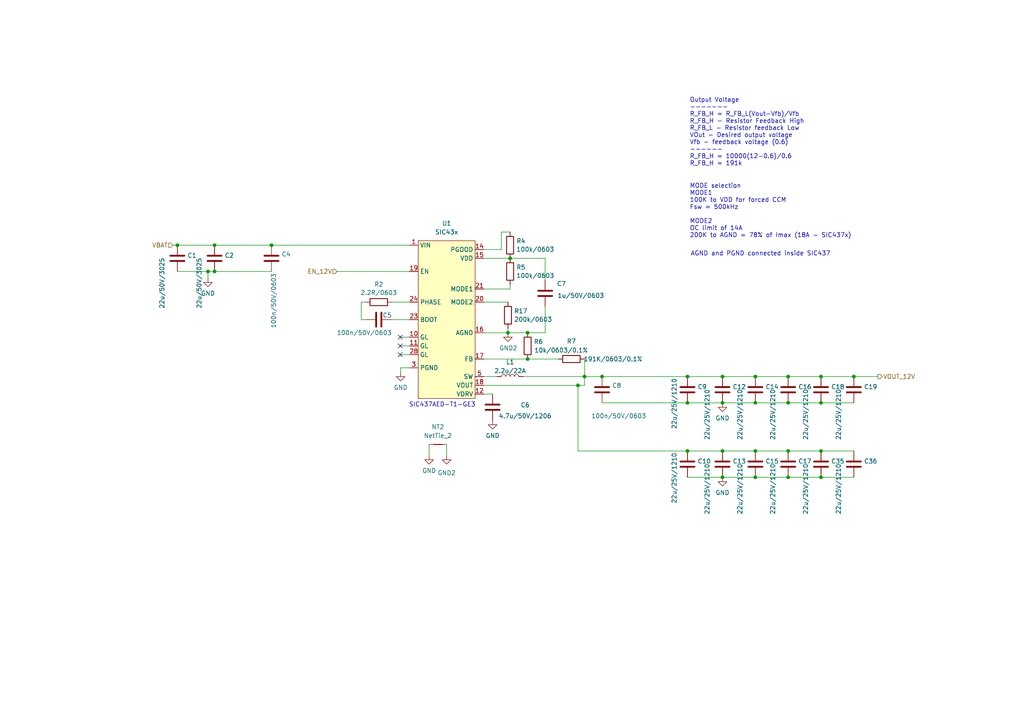
<source format=kicad_sch>
(kicad_sch (version 20250114) (generator "eeschema") (generator_version "9.0")
  (paper "A4")
  (title_block (title "Diptek Power Board V2") (date "2025-08-26") (rev "2"))
  (lib_symbols
    (symbol "Device:C" (pin_numbers (hide yes)) (pin_names (offset 0.254))
      (property "Reference" "C" (at 0.635 2.54 0))
      (property "Value" "C" (at 0.635 -2.54 0))
      (symbol "C_0_1"
        (polyline (pts (xy -2.032 0.762) (xy 2.032 0.762)) (stroke (width 0.508)))
        (polyline (pts (xy -2.032 -0.762) (xy 2.032 -0.762)) (stroke (width 0.508)))
      )
      (symbol "C_1_1"
        (pin passive line (at 0 3.81 270) (length 2.794) (name "~") (number "1"))
        (pin passive line (at 0 -3.81 90) (length 2.794) (name "~") (number "2"))
      )
    )
    (symbol "Device:L" (pin_numbers (hide yes)) (pin_names (offset 1.016) (hide yes))
      (property "Reference" "L" (at -1.27 0 90))
      (property "Value" "L" (at 1.905 0 90))
      (symbol "L_0_1"
        (arc (start 0 2.54) (mid 0.6323 1.905) (end 0 1.27))
        (arc (start 0 1.27) (mid 0.6323 0.635) (end 0 0))
        (arc (start 0 0) (mid 0.6323 -0.635) (end 0 -1.27))
        (arc (start 0 -1.27) (mid 0.6323 -1.905) (end 0 -2.54))
      )
      (symbol "L_1_1"
        (pin passive line (at 0 3.81 270) (length 1.27) (name "1") (number "1"))
        (pin passive line (at 0 -3.81 90) (length 1.27) (name "2") (number "2"))
      )
    )
    (symbol "Device:NetTie_2" (pin_numbers (hide yes)) (pin_names (offset 0) (hide yes)) (in_bom no)
      (property "Reference" "NT" (at 0 1.27 0))
      (property "Value" "NetTie_2" (at 0 -1.27 0))
      (symbol "NetTie_2_0_1"
        (polyline (pts (xy -1.27 0) (xy 1.27 0)) (stroke (width 0.254)))
      )
      (symbol "NetTie_2_1_1"
        (pin passive line (at -2.54 0 0) (length 2.54) (name "1") (number "1"))
        (pin passive line (at 2.54 0 180) (length 2.54) (name "2") (number "2"))
      )
    )
    (symbol "Device:R" (pin_numbers (hide yes)) (pin_names (offset 0))
      (property "Reference" "R" (at 2.032 0 90))
      (property "Value" "R" (at 0 0 90))
      (symbol "R_0_1"
        (rectangle (start -1.016 -2.54) (end 1.016 2.54) (stroke (width 0.254)))
      )
      (symbol "R_1_1"
        (pin passive line (at 0 3.81 270) (length 1.27) (name "~") (number "1"))
        (pin passive line (at 0 -3.81 90) (length 1.27) (name "~") (number "2"))
      )
    )
    (symbol "DipTek PSU library:R" (pin_numbers (hide yes)) (pin_names (offset 0))
      (property "Reference" "R" (at 2.032 0 90))
      (property "Value" "R" (at 0 0 90))
      (symbol "R_0_1"
        (rectangle (start -1.016 -2.54) (end 1.016 2.54) (stroke (width 0.254)))
      )
      (symbol "R_1_1"
        (pin passive line (at 0 3.81 270) (length 1.27) (name "~") (number "1"))
        (pin passive line (at 0 -3.81 90) (length 1.27) (name "~") (number "2"))
      )
    )
    (symbol "RM_Converter_DCDC:SIC43x"
      (property "Reference" "U5" (at -0.635 21.59 0))
      (property "Value" "SIC43x" (at -0.635 19.05 0))
      (symbol "SIC43x_0_1"
        (rectangle (start -8.89 16.51) (end 7.62 -29.21) (fill (type background)))
      )
      (symbol "SIC43x_1_1"
        (pin input line (at -11.43 15.24 0) (length 2.54) (name "VIN") (number "1"))
        (pin passive line (at -11.43 15.24 0) (length 2.54) (hide yes) (name "VIN") (number "2"))
        (pin passive line (at -11.43 15.24 0) (length 2.54) (hide yes) (name "VIN") (number "22"))
        (pin passive line (at -11.43 15.24 0) (length 2.54) (hide yes) (name "VIN") (number "26"))
        (pin input line (at -11.43 7.62 0) (length 2.54) (name "EN") (number "19"))
        (pin input line (at -11.43 -1.27 0) (length 2.54) (name "PHASE") (number "24"))
        (pin input line (at -11.43 -6.35 0) (length 2.54) (name "BOOT") (number "23"))
        (pin passive line (at -11.43 -11.43 0) (length 2.54) (name "GL") (number "10"))
        (pin passive line (at -11.43 -13.97 0) (length 2.54) (name "GL") (number "11"))
        (pin passive line (at -11.43 -16.51 0) (length 2.54) (name "GL") (number "28"))
        (pin passive line (at -11.43 -20.32 0) (length 2.54) (hide yes) (name "PGND") (number "13"))
        (pin passive line (at -11.43 -20.32 0) (length 2.54) (hide yes) (name "PGND") (number "27"))
        (pin input line (at -11.43 -20.32 0) (length 2.54) (name "PGND") (number "3"))
        (pin passive line (at -11.43 -20.32 0) (length 2.54) (hide yes) (name "PGND") (number "4"))
        (pin open_collector line (at 10.16 13.97 180) (length 2.54) (name "PGOOD") (number "14"))
        (pin power_out line (at 10.16 11.43 180) (length 2.54) (name "VDD") (number "15"))
        (pin input line (at 10.16 2.54 180) (length 2.54) (name "MODE1") (number "21"))
        (pin input line (at 10.16 -1.27 180) (length 2.54) (name "MODE2") (number "20"))
        (pin input line (at 10.16 -10.16 180) (length 2.54) (name "AGND") (number "16"))
        (pin passive line (at 10.16 -10.16 180) (length 2.54) (hide yes) (name "AGND") (number "25"))
        (pin input line (at 10.16 -17.78 180) (length 2.54) (name "FB") (number "17"))
        (pin power_out line (at 10.16 -22.86 180) (length 2.54) (name "SW") (number "5"))
        (pin power_out line (at 10.16 -22.86 180) (length 2.54) (hide yes) (name "SW") (number "6"))
        (pin power_out line (at 10.16 -22.86 180) (length 2.54) (hide yes) (name "SW") (number "7"))
        (pin power_out line (at 10.16 -22.86 180) (length 2.54) (hide yes) (name "SW") (number "8"))
        (pin power_out line (at 10.16 -22.86 180) (length 2.54) (hide yes) (name "SW") (number "9"))
        (pin power_out line (at 10.16 -25.4 180) (length 2.54) (name "VOUT") (number "18"))
        (pin input line (at 10.16 -27.94 180) (length 2.54) (name "VDRV") (number "12"))
      )
    )
    (symbol "power:GND" (power) (pin_names (offset 0))
      (property "Value" "GND" (at 0 -3.81 0))
      (symbol "GND_0_1"
        (polyline (pts (xy 0 0) (xy 0 -1.27) (xy 1.27 -1.27) (xy 0 -2.54) (xy -1.27 -1.27) (xy 0 -1.27)))
      )
      (symbol "GND_1_1"
        (pin power_in line (at 0 0 270) (length 0) (hide yes) (name "GND") (number "1"))
      )
    )
    (symbol "power:GND1" (power) (pin_names (offset 0))
      (property "Value" "GND1" (at 0 -3.81 0))
      (symbol "GND1_0_1"
        (polyline (pts (xy 0 0) (xy 0 -1.27) (xy 1.27 -1.27) (xy 0 -2.54) (xy -1.27 -1.27) (xy 0 -1.27)))
      )
      (symbol "GND1_1_1"
        (pin power_in line (at 0 0 270) (length 0) (hide yes) (name "GND1") (number "1"))
      )
    )
  )
  (text "SIC437AED-T1-GE3" (at 128.27 117.475 0) (effects (font (size 1.27 1.27))))
  (text "MODE selection\nMODE1\n100K to VDD for forced CCM\nFsw = 500kHz\n\nMODE2\nOC limit of 14A\n200K to AGND = 78% of Imax (18A - SIC437x)" (at 200.025 61.214 0) (effects (font (size 1.27 1.27)) (justify left)))
  (text "AGND and PGND connected inside SIC437\n" (at 220.599 73.66 0) (effects (font (size 1.27 1.27))))
  (text "Output Voltage\n-------\nR_FB_H = R_FB_L(Vout-Vfb)/Vfb\nR_FB_H - Resistor Feedback High\nR_FB_L - Resistor feedback Low\nVOut - Desired output voltage\nVfb - feedback voltage (0.6)\n------\nR_FB_H = 10000(12-0.6)/0.6\nR_FB_H = 191k\n" (at 200.025 48.26 0) (effects (font (size 1.27 1.27)) (justify left bottom)))
  (junction (at 219.075 130.81))
  (junction (at 238.125 130.81))
  (junction (at 62.23 78.74))
  (junction (at 219.075 109.22))
  (junction (at 62.23 71.12))
  (junction (at 209.55 138.43))
  (junction (at 51.435 71.12))
  (junction (at 147.955 74.93))
  (junction (at 147.32 96.52))
  (junction (at 228.6 116.84))
  (junction (at 78.74 71.12))
  (junction (at 199.39 116.84))
  (junction (at 228.6 130.81))
  (junction (at 60.325 78.74))
  (junction (at 238.125 109.22))
  (junction (at 219.075 116.84))
  (junction (at 169.545 109.22))
  (junction (at 167.64 111.76))
  (junction (at 153.035 96.52))
  (junction (at 199.39 130.81))
  (junction (at 209.55 116.84))
  (junction (at 247.65 109.22))
  (junction (at 238.125 138.43))
  (junction (at 238.125 116.84))
  (junction (at 228.6 109.22))
  (junction (at 209.55 109.22))
  (junction (at 219.075 138.43))
  (junction (at 153.035 104.14))
  (junction (at 174.625 109.22))
  (junction (at 228.6 138.43))
  (junction (at 209.55 130.81))
  (junction (at 199.39 109.22))
  (no_connect (at 116.078 100.33))
  (no_connect (at 116.078 102.87))
  (no_connect (at 116.078 97.79))
  (wire (pts (xy 228.6 116.84) (xy 238.125 116.84)))
  (wire (pts (xy 104.775 92.71) (xy 106.045 92.71)))
  (wire (pts (xy 147.32 96.52) (xy 153.035 96.52)))
  (wire (pts (xy 116.078 97.79) (xy 118.745 97.79)))
  (wire (pts (xy 116.078 100.33) (xy 118.745 100.33)))
  (wire (pts (xy 199.39 116.84) (xy 209.55 116.84)))
  (wire (pts (xy 158.115 74.93) (xy 147.955 74.93)))
  (wire (pts (xy 140.335 114.3) (xy 142.875 114.3)))
  (wire (pts (xy 247.65 130.81) (xy 238.125 130.81)))
  (wire (pts (xy 140.335 83.82) (xy 147.955 83.82)))
  (wire (pts (xy 51.435 71.12) (xy 62.23 71.12)))
  (wire (pts (xy 174.625 116.84) (xy 199.39 116.84)))
  (wire (pts (xy 238.125 138.43) (xy 247.65 138.43)))
  (wire (pts (xy 153.035 96.52) (xy 158.115 96.52)))
  (wire (pts (xy 60.325 78.74) (xy 60.325 80.645)))
  (wire (pts (xy 140.335 87.63) (xy 147.32 87.63)))
  (wire (pts (xy 247.65 109.22) (xy 254.635 109.22)))
  (wire (pts (xy 238.125 109.22) (xy 247.65 109.22)))
  (wire (pts (xy 106.045 87.63) (xy 104.775 87.63)))
  (wire (pts (xy 147.32 95.25) (xy 147.32 96.52)))
  (wire (pts (xy 140.335 111.76) (xy 167.64 111.76)))
  (wire (pts (xy 104.775 87.63) (xy 104.775 92.71)))
  (wire (pts (xy 147.955 83.82) (xy 147.955 82.55)))
  (wire (pts (xy 169.545 109.22) (xy 169.545 104.14)))
  (wire (pts (xy 219.075 116.84) (xy 228.6 116.84)))
  (wire (pts (xy 199.39 138.43) (xy 209.55 138.43)))
  (wire (pts (xy 158.115 96.52) (xy 158.115 88.9)))
  (wire (pts (xy 62.23 78.74) (xy 78.74 78.74)))
  (wire (pts (xy 169.545 109.22) (xy 169.545 111.76)))
  (wire (pts (xy 140.335 109.22) (xy 144.145 109.22)))
  (wire (pts (xy 62.23 71.12) (xy 78.74 71.12)))
  (wire (pts (xy 238.125 116.84) (xy 247.65 116.84)))
  (wire (pts (xy 209.55 116.84) (xy 219.075 116.84)))
  (wire (pts (xy 140.335 96.52) (xy 147.32 96.52)))
  (wire (pts (xy 116.205 106.68) (xy 118.745 106.68)))
  (wire (pts (xy 145.415 72.39) (xy 145.415 67.31)))
  (wire (pts (xy 158.115 81.28) (xy 158.115 74.93)))
  (wire (pts (xy 219.075 130.81) (xy 209.55 130.81)))
  (wire (pts (xy 228.6 109.22) (xy 238.125 109.22)))
  (wire (pts (xy 238.125 130.81) (xy 228.6 130.81)))
  (wire (pts (xy 78.74 71.12) (xy 118.745 71.12)))
  (wire (pts (xy 60.325 78.74) (xy 62.23 78.74)))
  (wire (pts (xy 50.165 71.12) (xy 51.435 71.12)))
  (wire (pts (xy 113.665 87.63) (xy 118.745 87.63)))
  (wire (pts (xy 219.075 109.22) (xy 228.6 109.22)))
  (wire (pts (xy 167.64 130.81) (xy 167.64 111.76)))
  (wire (pts (xy 140.335 74.93) (xy 147.955 74.93)))
  (wire (pts (xy 151.765 109.22) (xy 169.545 109.22)))
  (wire (pts (xy 167.64 111.76) (xy 169.545 111.76)))
  (wire (pts (xy 199.39 109.22) (xy 209.55 109.22)))
  (wire (pts (xy 129.54 132.08) (xy 129.54 128.905)))
  (wire (pts (xy 169.545 109.22) (xy 174.625 109.22)))
  (wire (pts (xy 219.075 138.43) (xy 228.6 138.43)))
  (wire (pts (xy 199.39 130.81) (xy 167.64 130.81)))
  (wire (pts (xy 209.55 138.43) (xy 219.075 138.43)))
  (wire (pts (xy 228.6 138.43) (xy 238.125 138.43)))
  (wire (pts (xy 140.335 104.14) (xy 153.035 104.14)))
  (wire (pts (xy 113.665 92.71) (xy 118.745 92.71)))
  (wire (pts (xy 97.79 78.74) (xy 118.745 78.74)))
  (wire (pts (xy 209.55 130.81) (xy 199.39 130.81)))
  (wire (pts (xy 174.625 109.22) (xy 199.39 109.22)))
  (wire (pts (xy 145.415 67.31) (xy 147.955 67.31)))
  (wire (pts (xy 209.55 109.22) (xy 219.075 109.22)))
  (wire (pts (xy 124.46 128.905) (xy 124.46 132.08)))
  (wire (pts (xy 140.335 72.39) (xy 145.415 72.39)))
  (wire (pts (xy 116.078 102.87) (xy 118.745 102.87)))
  (wire (pts (xy 153.035 104.14) (xy 161.925 104.14)))
  (wire (pts (xy 228.6 130.81) (xy 219.075 130.81)))
  (wire (pts (xy 116.205 107.95) (xy 116.205 106.68)))
  (wire (pts (xy 51.435 78.74) (xy 60.325 78.74)))
  (hierarchical_label "VOUT_12V" (shape output) (at 254.635 109.22 0))
  (hierarchical_label "EN_12V" (shape input) (at 97.79 78.74 180))
  (hierarchical_label "VBAT" (shape input) (at 50.165 71.12 180))
  (symbol (lib_id "Device:C") (at 219.075 113.03 0) (unit 1)
    (property "Reference" "C14" (at 221.996 112.1953 0) (effects (justify left)))
    (property "Value" "22u/25V/1210" (at 214.63 127.635 90) (effects (justify left)))
    (property "Footprint" "Capacitor_SMD:C_1210_3225Metric" (effects (hide yes)))
    (property "Description" "Unpolarized capacitor" (effects (hide yes)))
    (property "Digikey" "1276-3047-1-ND" (effects (hide yes)))
    (property "Coefficient" "X79" (effects (hide yes)))
    (property "Tolerance" "20" (effects (hide yes)))
    (property "Voltage" "50" (effects (hide yes)))
    (property "Manufacturer" "United Chemi-Con" (effects (hide yes)))
    (property "Part" "KTS500B226M76N0T00" (effects (hide yes)))
  )
  (symbol (lib_id "Device:C") (at 199.39 134.62 0) (unit 1)
    (property "Reference" "C10" (at 202.311 133.7853 0) (effects (justify left)))
    (property "Value" "22u/25V/1210" (at 195.58 146.05 90) (effects (justify left)))
    (property "Footprint" "Capacitor_SMD:C_1210_3225Metric" (effects (hide yes)))
    (property "Description" "Unpolarized capacitor" (effects (hide yes)))
    (property "Digikey" "1276-3047-1-ND" (effects (hide yes)))
    (property "Coefficient" "X79" (effects (hide yes)))
    (property "Tolerance" "20" (effects (hide yes)))
    (property "Voltage" "50" (effects (hide yes)))
    (property "Manufacturer" "United Chemi-Con" (effects (hide yes)))
    (property "Part" "KTS500B226M76N0T00" (effects (hide yes)))
  )
  (symbol (lib_id "Device:C") (at 209.55 113.03 0) (unit 1)
    (property "Reference" "C12" (at 212.471 112.1953 0) (effects (justify left)))
    (property "Value" "22u/25V/1210" (at 205.105 127.635 90) (effects (justify left)))
    (property "Footprint" "Capacitor_SMD:C_1210_3225Metric" (effects (hide yes)))
    (property "Description" "Unpolarized capacitor" (effects (hide yes)))
    (property "Digikey" "1276-3047-1-ND" (effects (hide yes)))
    (property "Coefficient" "X79" (effects (hide yes)))
    (property "Tolerance" "20" (effects (hide yes)))
    (property "Voltage" "50" (effects (hide yes)))
    (property "Manufacturer" "United Chemi-Con" (effects (hide yes)))
    (property "Part" "KTS500B226M76N0T00" (effects (hide yes)))
  )
  (symbol (lib_id "power:GND") (at 124.46 132.08 0) (unit 1)
    (property "Reference" "#PWR024" (effects (hide yes)))
    (property "Value" "GND" (at 124.46 136.5234 0))
  )
  (symbol (lib_id "Device:C") (at 158.115 85.09 0) (mirror y) (unit 1)
    (property "Reference" "C7" (at 164.211 82.296 0) (effects (justify left)))
    (property "Value" "1u/50V/0603" (at 175.26 85.725 0) (effects (justify left)))
    (property "Footprint" "Capacitor_SMD:C_0603_1608Metric" (effects (hide yes)))
    (property "Description" "Unpolarized capacitor" (effects (hide yes)))
    (property "Digikey" "1276-1068-1-ND" (effects (hide yes)))
    (property "Coefficient" "X8L" (effects (hide yes)))
    (property "Tolerance" "10%" (effects (hide yes)))
    (property "Voltage" "16" (effects (hide yes)))
    (property "Manufacturer" "Murata Electronics" (effects (hide yes)))
    (property "JLCPCB Part #" "C15849" (effects (hide yes)))
  )
  (symbol (lib_id "Device:C") (at 228.6 134.62 0) (unit 1)
    (property "Reference" "C17" (at 231.521 133.7853 0) (effects (justify left)))
    (property "Value" "22u/25V/1210" (at 224.155 149.225 90) (effects (justify left)))
    (property "Footprint" "Capacitor_SMD:C_1210_3225Metric" (effects (hide yes)))
    (property "Description" "Unpolarized capacitor" (effects (hide yes)))
    (property "Digikey" "1276-3047-1-ND" (effects (hide yes)))
    (property "Coefficient" "X79" (effects (hide yes)))
    (property "Tolerance" "20" (effects (hide yes)))
    (property "Voltage" "50" (effects (hide yes)))
    (property "Manufacturer" "United Chemi-Con" (effects (hide yes)))
    (property "Part" "KTS500B226M76N0T00" (effects (hide yes)))
  )
  (symbol (lib_id "power:GND1") (at 129.54 132.08 0) (unit 1)
    (property "Reference" "#PWR025" (effects (hide yes)))
    (property "Value" "GND2" (at 129.54 137.16 0))
  )
  (symbol (lib_id "power:GND") (at 142.875 121.92 0) (unit 1)
    (property "Reference" "#PWR026" (effects (hide yes)))
    (property "Value" "GND" (at 142.875 126.3634 0))
  )
  (symbol (lib_id "Device:C") (at 51.435 74.93 0) (unit 1)
    (property "Reference" "C1" (at 54.356 74.0953 0) (effects (justify left)))
    (property "Value" "22u/50V/3025" (at 46.99 89.535 90) (effects (justify left)))
    (property "Footprint" "Library:C_CER_7.5x6.3" (effects (hide yes)))
    (property "Description" "Unpolarized capacitor" (effects (hide yes)))
    (property "Digikey" "445-174338-1-ND" (effects (hide yes)))
    (property "Coefficient" "X79" (effects (hide yes)))
    (property "Tolerance" "20" (effects (hide yes)))
    (property "Voltage" "50" (effects (hide yes)))
    (property "Manufacturer" "United Chemi-Con" (effects (hide yes)))
    (property "Part" "KTS500B226M76N0T00" (effects (hide yes)))
    (property "JLCPCB Part #" "C508864" (effects (hide yes)))
  )
  (symbol (lib_id "power:GND1") (at 147.32 96.52 0) (unit 1)
    (property "Reference" "#PWR09" (effects (hide yes)))
    (property "Value" "GND2" (at 144.78 100.965 0) (effects (justify left)))
  )
  (symbol (lib_id "Device:C") (at 247.65 134.62 0) (unit 1)
    (property "Reference" "C36" (at 250.571 133.7853 0) (effects (justify left)))
    (property "Value" "22u/25V/1210" (at 243.205 149.225 90) (effects (justify left)))
    (property "Footprint" "Capacitor_SMD:C_1210_3225Metric" (effects (hide yes)))
    (property "Description" "Unpolarized capacitor" (effects (hide yes)))
    (property "Digikey" "1276-3047-1-ND" (effects (hide yes)))
    (property "Coefficient" "X79" (effects (hide yes)))
    (property "Tolerance" "20" (effects (hide yes)))
    (property "Voltage" "50" (effects (hide yes)))
    (property "Manufacturer" "United Chemi-Con" (effects (hide yes)))
    (property "Part" "KTS500B226M76N0T00" (effects (hide yes)))
  )
  (symbol (lib_id "Device:C") (at 174.625 113.03 180) (unit 1)
    (property "Reference" "C8" (at 177.546 111.8178 0) (effects (justify right)))
    (property "Value" "100n/50V/0603" (at 171.45 120.65 0) (effects (justify right)))
    (property "Footprint" "Capacitor_SMD:C_0603_1608Metric" (effects (hide yes)))
    (property "Description" "Unpolarized capacitor" (effects (hide yes)))
    (property "Digikey" "587-1243-1-ND" (effects (hide yes)))
    (property "Tolerance" "10%" (effects (hide yes)))
    (property "Coefficient" "X7R" (effects (hide yes)))
    (property "Voltage" "50" (effects (hide yes)))
    (property "Manufacturer" "Taiyo Yuden" (effects (hide yes)))
    (property "Part" "UMK107B7104KA-T" (effects (hide yes)))
    (property "JLCPCB Part #" "C1591" (effects (hide yes)))
  )
  (symbol (lib_id "Device:C") (at 219.075 134.62 0) (unit 1)
    (property "Reference" "C15" (at 221.996 133.7853 0) (effects (justify left)))
    (property "Value" "22u/25V/1210" (at 214.63 149.225 90) (effects (justify left)))
    (property "Footprint" "Capacitor_SMD:C_1210_3225Metric" (effects (hide yes)))
    (property "Description" "Unpolarized capacitor" (effects (hide yes)))
    (property "Digikey" "1276-3047-1-ND" (effects (hide yes)))
    (property "Coefficient" "X79" (effects (hide yes)))
    (property "Tolerance" "20" (effects (hide yes)))
    (property "Voltage" "50" (effects (hide yes)))
    (property "Manufacturer" "United Chemi-Con" (effects (hide yes)))
    (property "Part" "KTS500B226M76N0T00" (effects (hide yes)))
  )
  (symbol (lib_id "DipTek PSU library:R") (at 165.735 104.14 90) (unit 1)
    (property "Reference" "R7" (at 165.735 98.9795 90))
    (property "Value" "191K/0603/0.1%" (at 177.8 104.14 90))
    (property "Footprint" "Resistor_SMD:R_0603_1608Metric" (effects (hide yes)))
    (property "Description" "Resistor" (effects (hide yes)))
    (property "Digikey" "A110327CT-ND" (effects (hide yes)))
    (property "Power" "1/16" (effects (hide yes)))
    (property "Tolerance" "0.1%" (effects (hide yes)))
    (property "Manufacturer" "TE Connectivity Passive Product" (effects (hide yes)))
    (property "Part" "1-2176090-7" (effects (hide yes)))
  )
  (symbol (lib_id "Device:C") (at 228.6 113.03 0) (unit 1)
    (property "Reference" "C16" (at 231.521 112.1953 0) (effects (justify left)))
    (property "Value" "22u/25V/1210" (at 224.155 127.635 90) (effects (justify left)))
    (property "Footprint" "Capacitor_SMD:C_1210_3225Metric" (effects (hide yes)))
    (property "Description" "Unpolarized capacitor" (effects (hide yes)))
    (property "Digikey" "1276-3047-1-ND" (effects (hide yes)))
    (property "Coefficient" "X79" (effects (hide yes)))
    (property "Tolerance" "20" (effects (hide yes)))
    (property "Voltage" "50" (effects (hide yes)))
    (property "Manufacturer" "United Chemi-Con" (effects (hide yes)))
    (property "Part" "KTS500B226M76N0T00" (effects (hide yes)))
  )
  (symbol (lib_id "Device:C") (at 62.23 74.93 0) (unit 1)
    (property "Reference" "C2" (at 65.151 74.0953 0) (effects (justify left)))
    (property "Value" "22u/50V/3025" (at 57.785 89.535 90) (effects (justify left)))
    (property "Footprint" "Library:C_CER_7.5x6.3" (effects (hide yes)))
    (property "Description" "Unpolarized capacitor" (effects (hide yes)))
    (property "Digikey" "445-174338-1-ND" (effects (hide yes)))
    (property "Coefficient" "X79" (effects (hide yes)))
    (property "Tolerance" "20" (effects (hide yes)))
    (property "Voltage" "50" (effects (hide yes)))
    (property "Manufacturer" "United Chemi-Con" (effects (hide yes)))
    (property "Part" "KTS500B226M76N0T00" (effects (hide yes)))
    (property "JLCPCB Part #" "C508864" (effects (hide yes)))
  )
  (symbol (lib_id "power:GND") (at 209.55 116.84 0) (unit 1)
    (property "Reference" "#PWR010" (effects (hide yes)))
    (property "Value" "GND" (at 209.55 121.2834 0))
  )
  (symbol (lib_id "power:GND") (at 116.205 107.95 0) (unit 1)
    (property "Reference" "#PWR07" (effects (hide yes)))
    (property "Value" "GND" (at 116.205 112.3934 0))
  )
  (symbol (lib_id "Device:C") (at 238.125 134.62 0) (unit 1)
    (property "Reference" "C35" (at 241.046 133.7853 0) (effects (justify left)))
    (property "Value" "22u/25V/1210" (at 233.68 149.225 90) (effects (justify left)))
    (property "Footprint" "Capacitor_SMD:C_1210_3225Metric" (effects (hide yes)))
    (property "Description" "Unpolarized capacitor" (effects (hide yes)))
    (property "Digikey" "1276-3047-1-ND" (effects (hide yes)))
    (property "Coefficient" "X79" (effects (hide yes)))
    (property "Tolerance" "20" (effects (hide yes)))
    (property "Voltage" "50" (effects (hide yes)))
    (property "Manufacturer" "United Chemi-Con" (effects (hide yes)))
    (property "Part" "KTS500B226M76N0T00" (effects (hide yes)))
  )
  (symbol (lib_id "Device:R") (at 147.955 71.12 0) (unit 1)
    (property "Reference" "R4" (at 149.733 69.9078 0) (effects (justify left)))
    (property "Value" "100k/0603" (at 149.733 72.3321 0) (effects (justify left)))
    (property "Footprint" "Resistor_SMD:R_0603_1608Metric" (effects (hide yes)))
    (property "Description" "Resistor" (effects (hide yes)))
    (property "Digikey" "311-100KHRCT-ND" (effects (hide yes)))
    (property "Power" "1/16" (effects (hide yes)))
    (property "Tolerance" "1%" (effects (hide yes)))
    (property "Manufacturer" "YAGEO" (effects (hide yes)))
    (property "Part" "RC0603FR-07100KL" (effects (hide yes)))
  )
  (symbol (lib_id "Device:C") (at 238.125 113.03 0) (unit 1)
    (property "Reference" "C18" (at 241.046 112.1953 0) (effects (justify left)))
    (property "Value" "22u/25V/1210" (at 233.68 127.635 90) (effects (justify left)))
    (property "Footprint" "Capacitor_SMD:C_1210_3225Metric" (effects (hide yes)))
    (property "Description" "Unpolarized capacitor" (effects (hide yes)))
    (property "Digikey" "1276-3047-1-ND" (effects (hide yes)))
    (property "Coefficient" "X79" (effects (hide yes)))
    (property "Tolerance" "20" (effects (hide yes)))
    (property "Voltage" "50" (effects (hide yes)))
    (property "Manufacturer" "United Chemi-Con" (effects (hide yes)))
    (property "Part" "KTS500B226M76N0T00" (effects (hide yes)))
  )
  (symbol (lib_id "Device:C") (at 109.855 92.71 270) (unit 1)
    (property "Reference" "C5" (at 113.665 91.44 90) (effects (justify right)))
    (property "Value" "100n/50V/0603" (at 113.665 96.52 90) (effects (justify right)))
    (property "Footprint" "Capacitor_SMD:C_0603_1608Metric" (effects (hide yes)))
    (property "Description" "Unpolarized capacitor" (effects (hide yes)))
    (property "Digikey" "587-1243-1-ND" (effects (hide yes)))
    (property "Tolerance" "10%" (effects (hide yes)))
    (property "Coefficient" "X7R" (effects (hide yes)))
    (property "Voltage" "50" (effects (hide yes)))
    (property "Manufacturer" "Taiyo Yuden" (effects (hide yes)))
    (property "Part" "UMK107B7104KA-T" (effects (hide yes)))
    (property "JLCPCB Part #" "C1591" (effects (hide yes)))
  )
  (symbol (lib_id "Device:R") (at 147.32 91.44 0) (unit 1)
    (property "Reference" "R17" (at 149.098 90.2278 0) (effects (justify left)))
    (property "Value" "200k/0603" (at 149.098 92.6521 0) (effects (justify left)))
    (property "Footprint" "Resistor_SMD:R_0603_1608Metric" (effects (hide yes)))
    (property "Description" "Resistor" (effects (hide yes)))
    (property "Digikey" "311-200KHRCT-ND" (effects (hide yes)))
  )
  (symbol (lib_id "Device:C") (at 247.65 113.03 0) (unit 1)
    (property "Reference" "C19" (at 250.571 112.1953 0) (effects (justify left)))
    (property "Value" "22u/25V/1210" (at 243.205 127.635 90) (effects (justify left)))
    (property "Footprint" "Capacitor_SMD:C_1210_3225Metric" (effects (hide yes)))
    (property "Description" "Unpolarized capacitor" (effects (hide yes)))
    (property "Digikey" "1276-3047-1-ND" (effects (hide yes)))
    (property "Coefficient" "X79" (effects (hide yes)))
    (property "Tolerance" "20" (effects (hide yes)))
    (property "Voltage" "50" (effects (hide yes)))
    (property "Manufacturer" "United Chemi-Con" (effects (hide yes)))
    (property "Part" "KTS500B226M76N0T00" (effects (hide yes)))
  )
  (symbol (lib_id "Device:R") (at 147.955 78.74 0) (unit 1)
    (property "Reference" "R5" (at 149.733 77.5278 0) (effects (justify left)))
    (property "Value" "100k/0603" (at 149.733 79.9521 0) (effects (justify left)))
    (property "Footprint" "Resistor_SMD:R_0603_1608Metric" (effects (hide yes)))
    (property "Description" "Resistor" (effects (hide yes)))
    (property "Digikey" "311-100KHRCT-ND" (effects (hide yes)))
    (property "Power" "1/16" (effects (hide yes)))
    (property "Tolerance" "1%" (effects (hide yes)))
    (property "Manufacturer" "YAGEO" (effects (hide yes)))
    (property "Part" "RC0603FR-07100KL" (effects (hide yes)))
  )
  (symbol (lib_id "Device:L") (at 147.955 109.22 90) (unit 1)
    (property "Reference" "L1" (at 147.955 105.0122 90))
    (property "Value" "2.2u/22A" (at 147.955 107.5491 90))
    (property "Footprint" "Library:IND_SRP1265A-2R2M" (effects (hide yes)))
    (property "Description" "Inductor" (effects (hide yes)))
    (property "Digikey" "SRP1265A-2R2MCT-ND" (effects (hide yes)))
    (property "Part" "SRP1265A-2R2M" (effects (hide yes)))
  )
  (symbol (lib_id "Device:R") (at 153.035 100.33 0) (unit 1)
    (property "Reference" "R6" (at 154.813 99.1178 0) (effects (justify left)))
    (property "Value" "10k/0603/0.1%" (at 154.94 101.6 0) (effects (justify left)))
    (property "Footprint" "Resistor_SMD:R_0603_1608Metric" (effects (hide yes)))
    (property "Description" "Resistor" (effects (hide yes)))
    (property "Digikey" "P20086CT-ND" (effects (hide yes)))
    (property "Power" "1/16" (effects (hide yes)))
    (property "Tolerance" "0.1%" (effects (hide yes)))
    (property "Manufacturer" "Panasonic Electronic Components" (effects (hide yes)))
    (property "Part" "ERJ-PB3B1002V" (effects (hide yes)))
  )
  (symbol (lib_id "Device:C") (at 199.39 113.03 0) (unit 1)
    (property "Reference" "C9" (at 202.311 112.1953 0) (effects (justify left)))
    (property "Value" "22u/25V/1210" (at 195.58 124.46 90) (effects (justify left)))
    (property "Footprint" "Capacitor_SMD:C_1210_3225Metric" (effects (hide yes)))
    (property "Description" "Unpolarized capacitor" (effects (hide yes)))
    (property "Digikey" "1276-3047-1-ND" (effects (hide yes)))
    (property "Coefficient" "X79" (effects (hide yes)))
    (property "Tolerance" "20" (effects (hide yes)))
    (property "Voltage" "50" (effects (hide yes)))
    (property "Manufacturer" "United Chemi-Con" (effects (hide yes)))
    (property "Part" "KTS500B226M76N0T00" (effects (hide yes)))
  )
  (symbol (lib_id "Device:R") (at 109.855 87.63 270) (unit 1)
    (property "Reference" "R2" (at 109.855 82.4695 90))
    (property "Value" "2.2R/0603" (at 109.855 84.8938 90))
    (property "Footprint" "Resistor_SMD:R_0603_1608Metric" (effects (hide yes)))
    (property "Description" "Resistor" (effects (hide yes)))
    (property "Digikey" "311-2.2HRCT-ND" (effects (hide yes)))
    (property "Power" "1/16" (effects (hide yes)))
    (property "Tolerance" "1%" (effects (hide yes)))
    (property "Manufacturer" "YAGEO" (effects (hide yes)))
    (property "Part" "RC0603FR-072R2L" (effects (hide yes)))
  )
  (symbol (lib_id "RM_Converter_DCDC:SIC43x") (at 130.175 86.36 0) (unit 1)
    (property "Reference" "U1" (at 129.54 64.77 0))
    (property "Value" "SIC43x" (at 129.54 67.31 0))
    (property "Footprint" "Library:VREG_SIC437AED-T1-GE3" (effects (hide yes)))
    (property "Manufacturer" "Vishay Siliconix" (effects (hide yes)))
    (property "Part" "SIC437AED-T1-GE3" (effects (hide yes)))
    (property "Digikey" "SIC437AED-T1-GE3CT-ND" (effects (hide yes)))
  )
  (symbol (lib_id "Device:C") (at 209.55 134.62 0) (unit 1)
    (property "Reference" "C13" (at 212.471 133.7853 0) (effects (justify left)))
    (property "Value" "22u/25V/1210" (at 205.105 149.225 90) (effects (justify left)))
    (property "Footprint" "Capacitor_SMD:C_1210_3225Metric" (effects (hide yes)))
    (property "Description" "Unpolarized capacitor" (effects (hide yes)))
    (property "Digikey" "1276-3047-1-ND" (effects (hide yes)))
    (property "Coefficient" "X79" (effects (hide yes)))
    (property "Tolerance" "20" (effects (hide yes)))
    (property "Voltage" "50" (effects (hide yes)))
    (property "Manufacturer" "United Chemi-Con" (effects (hide yes)))
    (property "Part" "KTS500B226M76N0T00" (effects (hide yes)))
  )
  (symbol (lib_id "Device:C") (at 78.74 74.93 180) (unit 1)
    (property "Reference" "C4" (at 81.661 73.7178 0) (effects (justify right)))
    (property "Value" "100n/50V/0603" (at 79.375 95.25 90) (effects (justify right)))
    (property "Footprint" "Capacitor_SMD:C_0603_1608Metric" (effects (hide yes)))
    (property "Description" "Unpolarized capacitor" (effects (hide yes)))
    (property "Digikey" "587-1243-1-ND" (effects (hide yes)))
    (property "Tolerance" "10%" (effects (hide yes)))
    (property "Coefficient" "X7R" (effects (hide yes)))
    (property "Voltage" "50" (effects (hide yes)))
    (property "Manufacturer" "Taiyo Yuden" (effects (hide yes)))
    (property "Part" "UMK107B7104KA-T" (effects (hide yes)))
    (property "JLCPCB Part #" "C1591" (effects (hide yes)))
  )
  (symbol (lib_id "Device:NetTie_2") (at 127 128.905 180) (unit 1) (in_bom no)
    (property "Reference" "NT2" (at 127 123.825 0))
    (property "Value" "NetTie_2" (at 127 126.365 0))
    (property "Footprint" "Library:NetTie-2_SMD_Pad1.56mm" (effects (hide yes)))
    (property "Description" "Net tie, 2 pins" (effects (hide yes)))
    (property "Digikey" "NC" (effects (hide yes)))
  )
  (symbol (lib_id "power:GND") (at 60.325 80.645 0) (unit 1)
    (property "Reference" "#PWR06" (effects (hide yes)))
    (property "Value" "GND" (at 60.325 85.0884 0))
  )
  (symbol (lib_id "power:GND") (at 209.55 138.43 0) (unit 1)
    (property "Reference" "#PWR011" (effects (hide yes)))
    (property "Value" "GND" (at 209.55 142.8734 0))
  )
  (symbol (lib_id "Device:C") (at 142.875 118.11 0) (mirror y) (unit 1)
    (property "Reference" "C6" (at 153.67 117.475 0) (effects (justify left)))
    (property "Value" "4.7u/50V/1206" (at 160.02 120.65 0) (effects (justify left)))
    (property "Footprint" "Library:C_1206_3216Metric" (effects (hide yes)))
    (property "Description" "Unpolarized capacitor" (effects (hide yes)))
    (property "Digikey" "490-14384-1-ND" (effects (hide yes)))
    (property "Coefficient" "X8L" (effects (hide yes)))
    (property "Tolerance" "10" (effects (hide yes)))
    (property "Voltage" "16" (effects (hide yes)))
    (property "Manufacturer" "Murata" (effects (hide yes)))
    (property "JLCPCB Part #" "C51205" (effects (hide yes)))
  )
)
</source>
